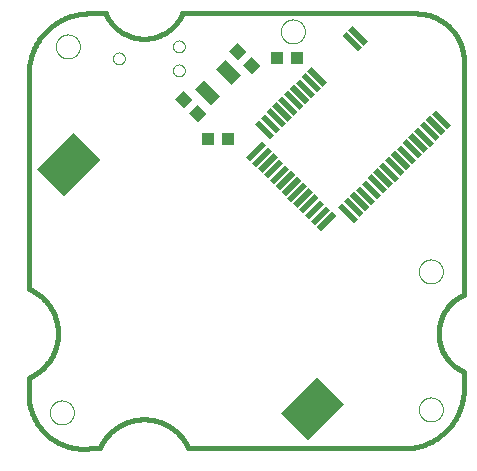
<source format=gtp>
G75*
%MOIN*%
%OFA0B0*%
%FSLAX25Y25*%
%IPPOS*%
%LPD*%
%AMOC8*
5,1,8,0,0,1.08239X$1,22.5*
%
%ADD10C,0.00000*%
%ADD11C,0.01600*%
%ADD12R,0.17000X0.13000*%
%ADD13R,0.07283X0.01969*%
%ADD14R,0.01969X0.07283*%
%ADD15R,0.04331X0.03937*%
%ADD16R,0.04331X0.07480*%
D10*
X0027475Y0032412D02*
X0027477Y0032538D01*
X0027483Y0032664D01*
X0027493Y0032790D01*
X0027507Y0032916D01*
X0027525Y0033041D01*
X0027547Y0033165D01*
X0027572Y0033289D01*
X0027602Y0033412D01*
X0027635Y0033533D01*
X0027673Y0033654D01*
X0027714Y0033773D01*
X0027759Y0033892D01*
X0027807Y0034008D01*
X0027859Y0034123D01*
X0027915Y0034236D01*
X0027975Y0034348D01*
X0028038Y0034457D01*
X0028104Y0034565D01*
X0028173Y0034670D01*
X0028246Y0034773D01*
X0028323Y0034874D01*
X0028402Y0034972D01*
X0028484Y0035068D01*
X0028570Y0035161D01*
X0028658Y0035252D01*
X0028749Y0035339D01*
X0028843Y0035424D01*
X0028939Y0035505D01*
X0029038Y0035584D01*
X0029139Y0035659D01*
X0029243Y0035731D01*
X0029349Y0035800D01*
X0029457Y0035866D01*
X0029567Y0035928D01*
X0029679Y0035986D01*
X0029792Y0036041D01*
X0029908Y0036092D01*
X0030025Y0036140D01*
X0030143Y0036184D01*
X0030263Y0036224D01*
X0030384Y0036260D01*
X0030506Y0036293D01*
X0030629Y0036322D01*
X0030753Y0036346D01*
X0030877Y0036367D01*
X0031002Y0036384D01*
X0031128Y0036397D01*
X0031254Y0036406D01*
X0031380Y0036411D01*
X0031507Y0036412D01*
X0031633Y0036409D01*
X0031759Y0036402D01*
X0031885Y0036391D01*
X0032010Y0036376D01*
X0032135Y0036357D01*
X0032259Y0036334D01*
X0032383Y0036308D01*
X0032505Y0036277D01*
X0032627Y0036243D01*
X0032747Y0036204D01*
X0032866Y0036162D01*
X0032984Y0036117D01*
X0033100Y0036067D01*
X0033215Y0036014D01*
X0033327Y0035957D01*
X0033438Y0035897D01*
X0033547Y0035833D01*
X0033654Y0035766D01*
X0033759Y0035696D01*
X0033862Y0035622D01*
X0033962Y0035545D01*
X0034060Y0035465D01*
X0034155Y0035382D01*
X0034247Y0035296D01*
X0034337Y0035207D01*
X0034424Y0035115D01*
X0034507Y0035021D01*
X0034588Y0034924D01*
X0034666Y0034824D01*
X0034741Y0034722D01*
X0034812Y0034618D01*
X0034880Y0034511D01*
X0034944Y0034403D01*
X0035005Y0034292D01*
X0035063Y0034180D01*
X0035117Y0034066D01*
X0035167Y0033950D01*
X0035214Y0033833D01*
X0035257Y0033714D01*
X0035296Y0033594D01*
X0035332Y0033473D01*
X0035363Y0033350D01*
X0035391Y0033227D01*
X0035415Y0033103D01*
X0035435Y0032978D01*
X0035451Y0032853D01*
X0035463Y0032727D01*
X0035471Y0032601D01*
X0035475Y0032475D01*
X0035475Y0032349D01*
X0035471Y0032223D01*
X0035463Y0032097D01*
X0035451Y0031971D01*
X0035435Y0031846D01*
X0035415Y0031721D01*
X0035391Y0031597D01*
X0035363Y0031474D01*
X0035332Y0031351D01*
X0035296Y0031230D01*
X0035257Y0031110D01*
X0035214Y0030991D01*
X0035167Y0030874D01*
X0035117Y0030758D01*
X0035063Y0030644D01*
X0035005Y0030532D01*
X0034944Y0030421D01*
X0034880Y0030313D01*
X0034812Y0030206D01*
X0034741Y0030102D01*
X0034666Y0030000D01*
X0034588Y0029900D01*
X0034507Y0029803D01*
X0034424Y0029709D01*
X0034337Y0029617D01*
X0034247Y0029528D01*
X0034155Y0029442D01*
X0034060Y0029359D01*
X0033962Y0029279D01*
X0033862Y0029202D01*
X0033759Y0029128D01*
X0033654Y0029058D01*
X0033547Y0028991D01*
X0033438Y0028927D01*
X0033327Y0028867D01*
X0033215Y0028810D01*
X0033100Y0028757D01*
X0032984Y0028707D01*
X0032866Y0028662D01*
X0032747Y0028620D01*
X0032627Y0028581D01*
X0032505Y0028547D01*
X0032383Y0028516D01*
X0032259Y0028490D01*
X0032135Y0028467D01*
X0032010Y0028448D01*
X0031885Y0028433D01*
X0031759Y0028422D01*
X0031633Y0028415D01*
X0031507Y0028412D01*
X0031380Y0028413D01*
X0031254Y0028418D01*
X0031128Y0028427D01*
X0031002Y0028440D01*
X0030877Y0028457D01*
X0030753Y0028478D01*
X0030629Y0028502D01*
X0030506Y0028531D01*
X0030384Y0028564D01*
X0030263Y0028600D01*
X0030143Y0028640D01*
X0030025Y0028684D01*
X0029908Y0028732D01*
X0029792Y0028783D01*
X0029679Y0028838D01*
X0029567Y0028896D01*
X0029457Y0028958D01*
X0029349Y0029024D01*
X0029243Y0029093D01*
X0029139Y0029165D01*
X0029038Y0029240D01*
X0028939Y0029319D01*
X0028843Y0029400D01*
X0028749Y0029485D01*
X0028658Y0029572D01*
X0028570Y0029663D01*
X0028484Y0029756D01*
X0028402Y0029852D01*
X0028323Y0029950D01*
X0028246Y0030051D01*
X0028173Y0030154D01*
X0028104Y0030259D01*
X0028038Y0030367D01*
X0027975Y0030476D01*
X0027915Y0030588D01*
X0027859Y0030701D01*
X0027807Y0030816D01*
X0027759Y0030932D01*
X0027714Y0031051D01*
X0027673Y0031170D01*
X0027635Y0031291D01*
X0027602Y0031412D01*
X0027572Y0031535D01*
X0027547Y0031659D01*
X0027525Y0031783D01*
X0027507Y0031908D01*
X0027493Y0032034D01*
X0027483Y0032160D01*
X0027477Y0032286D01*
X0027475Y0032412D01*
X0068475Y0146412D02*
X0068477Y0146501D01*
X0068483Y0146590D01*
X0068493Y0146679D01*
X0068507Y0146767D01*
X0068524Y0146854D01*
X0068546Y0146940D01*
X0068572Y0147026D01*
X0068601Y0147110D01*
X0068634Y0147193D01*
X0068670Y0147274D01*
X0068711Y0147354D01*
X0068754Y0147431D01*
X0068801Y0147507D01*
X0068852Y0147580D01*
X0068905Y0147651D01*
X0068962Y0147720D01*
X0069022Y0147786D01*
X0069085Y0147850D01*
X0069150Y0147910D01*
X0069218Y0147968D01*
X0069289Y0148022D01*
X0069362Y0148073D01*
X0069437Y0148121D01*
X0069514Y0148166D01*
X0069593Y0148207D01*
X0069674Y0148244D01*
X0069756Y0148278D01*
X0069840Y0148309D01*
X0069925Y0148335D01*
X0070011Y0148358D01*
X0070098Y0148376D01*
X0070186Y0148391D01*
X0070275Y0148402D01*
X0070364Y0148409D01*
X0070453Y0148412D01*
X0070542Y0148411D01*
X0070631Y0148406D01*
X0070719Y0148397D01*
X0070808Y0148384D01*
X0070895Y0148367D01*
X0070982Y0148347D01*
X0071068Y0148322D01*
X0071152Y0148294D01*
X0071235Y0148262D01*
X0071317Y0148226D01*
X0071397Y0148187D01*
X0071475Y0148144D01*
X0071551Y0148098D01*
X0071625Y0148048D01*
X0071697Y0147995D01*
X0071766Y0147939D01*
X0071833Y0147880D01*
X0071897Y0147818D01*
X0071958Y0147754D01*
X0072017Y0147686D01*
X0072072Y0147616D01*
X0072124Y0147544D01*
X0072173Y0147469D01*
X0072218Y0147393D01*
X0072260Y0147314D01*
X0072298Y0147234D01*
X0072333Y0147152D01*
X0072364Y0147068D01*
X0072392Y0146983D01*
X0072415Y0146897D01*
X0072435Y0146810D01*
X0072451Y0146723D01*
X0072463Y0146634D01*
X0072471Y0146546D01*
X0072475Y0146457D01*
X0072475Y0146367D01*
X0072471Y0146278D01*
X0072463Y0146190D01*
X0072451Y0146101D01*
X0072435Y0146014D01*
X0072415Y0145927D01*
X0072392Y0145841D01*
X0072364Y0145756D01*
X0072333Y0145672D01*
X0072298Y0145590D01*
X0072260Y0145510D01*
X0072218Y0145431D01*
X0072173Y0145355D01*
X0072124Y0145280D01*
X0072072Y0145208D01*
X0072017Y0145138D01*
X0071958Y0145070D01*
X0071897Y0145006D01*
X0071833Y0144944D01*
X0071766Y0144885D01*
X0071697Y0144829D01*
X0071625Y0144776D01*
X0071551Y0144726D01*
X0071475Y0144680D01*
X0071397Y0144637D01*
X0071317Y0144598D01*
X0071235Y0144562D01*
X0071152Y0144530D01*
X0071068Y0144502D01*
X0070982Y0144477D01*
X0070895Y0144457D01*
X0070808Y0144440D01*
X0070719Y0144427D01*
X0070631Y0144418D01*
X0070542Y0144413D01*
X0070453Y0144412D01*
X0070364Y0144415D01*
X0070275Y0144422D01*
X0070186Y0144433D01*
X0070098Y0144448D01*
X0070011Y0144466D01*
X0069925Y0144489D01*
X0069840Y0144515D01*
X0069756Y0144546D01*
X0069674Y0144580D01*
X0069593Y0144617D01*
X0069514Y0144658D01*
X0069437Y0144703D01*
X0069362Y0144751D01*
X0069289Y0144802D01*
X0069218Y0144856D01*
X0069150Y0144914D01*
X0069085Y0144974D01*
X0069022Y0145038D01*
X0068962Y0145104D01*
X0068905Y0145173D01*
X0068852Y0145244D01*
X0068801Y0145317D01*
X0068754Y0145393D01*
X0068711Y0145470D01*
X0068670Y0145550D01*
X0068634Y0145631D01*
X0068601Y0145714D01*
X0068572Y0145798D01*
X0068546Y0145884D01*
X0068524Y0145970D01*
X0068507Y0146057D01*
X0068493Y0146145D01*
X0068483Y0146234D01*
X0068477Y0146323D01*
X0068475Y0146412D01*
X0068475Y0154412D02*
X0068477Y0154501D01*
X0068483Y0154590D01*
X0068493Y0154679D01*
X0068507Y0154767D01*
X0068524Y0154854D01*
X0068546Y0154940D01*
X0068572Y0155026D01*
X0068601Y0155110D01*
X0068634Y0155193D01*
X0068670Y0155274D01*
X0068711Y0155354D01*
X0068754Y0155431D01*
X0068801Y0155507D01*
X0068852Y0155580D01*
X0068905Y0155651D01*
X0068962Y0155720D01*
X0069022Y0155786D01*
X0069085Y0155850D01*
X0069150Y0155910D01*
X0069218Y0155968D01*
X0069289Y0156022D01*
X0069362Y0156073D01*
X0069437Y0156121D01*
X0069514Y0156166D01*
X0069593Y0156207D01*
X0069674Y0156244D01*
X0069756Y0156278D01*
X0069840Y0156309D01*
X0069925Y0156335D01*
X0070011Y0156358D01*
X0070098Y0156376D01*
X0070186Y0156391D01*
X0070275Y0156402D01*
X0070364Y0156409D01*
X0070453Y0156412D01*
X0070542Y0156411D01*
X0070631Y0156406D01*
X0070719Y0156397D01*
X0070808Y0156384D01*
X0070895Y0156367D01*
X0070982Y0156347D01*
X0071068Y0156322D01*
X0071152Y0156294D01*
X0071235Y0156262D01*
X0071317Y0156226D01*
X0071397Y0156187D01*
X0071475Y0156144D01*
X0071551Y0156098D01*
X0071625Y0156048D01*
X0071697Y0155995D01*
X0071766Y0155939D01*
X0071833Y0155880D01*
X0071897Y0155818D01*
X0071958Y0155754D01*
X0072017Y0155686D01*
X0072072Y0155616D01*
X0072124Y0155544D01*
X0072173Y0155469D01*
X0072218Y0155393D01*
X0072260Y0155314D01*
X0072298Y0155234D01*
X0072333Y0155152D01*
X0072364Y0155068D01*
X0072392Y0154983D01*
X0072415Y0154897D01*
X0072435Y0154810D01*
X0072451Y0154723D01*
X0072463Y0154634D01*
X0072471Y0154546D01*
X0072475Y0154457D01*
X0072475Y0154367D01*
X0072471Y0154278D01*
X0072463Y0154190D01*
X0072451Y0154101D01*
X0072435Y0154014D01*
X0072415Y0153927D01*
X0072392Y0153841D01*
X0072364Y0153756D01*
X0072333Y0153672D01*
X0072298Y0153590D01*
X0072260Y0153510D01*
X0072218Y0153431D01*
X0072173Y0153355D01*
X0072124Y0153280D01*
X0072072Y0153208D01*
X0072017Y0153138D01*
X0071958Y0153070D01*
X0071897Y0153006D01*
X0071833Y0152944D01*
X0071766Y0152885D01*
X0071697Y0152829D01*
X0071625Y0152776D01*
X0071551Y0152726D01*
X0071475Y0152680D01*
X0071397Y0152637D01*
X0071317Y0152598D01*
X0071235Y0152562D01*
X0071152Y0152530D01*
X0071068Y0152502D01*
X0070982Y0152477D01*
X0070895Y0152457D01*
X0070808Y0152440D01*
X0070719Y0152427D01*
X0070631Y0152418D01*
X0070542Y0152413D01*
X0070453Y0152412D01*
X0070364Y0152415D01*
X0070275Y0152422D01*
X0070186Y0152433D01*
X0070098Y0152448D01*
X0070011Y0152466D01*
X0069925Y0152489D01*
X0069840Y0152515D01*
X0069756Y0152546D01*
X0069674Y0152580D01*
X0069593Y0152617D01*
X0069514Y0152658D01*
X0069437Y0152703D01*
X0069362Y0152751D01*
X0069289Y0152802D01*
X0069218Y0152856D01*
X0069150Y0152914D01*
X0069085Y0152974D01*
X0069022Y0153038D01*
X0068962Y0153104D01*
X0068905Y0153173D01*
X0068852Y0153244D01*
X0068801Y0153317D01*
X0068754Y0153393D01*
X0068711Y0153470D01*
X0068670Y0153550D01*
X0068634Y0153631D01*
X0068601Y0153714D01*
X0068572Y0153798D01*
X0068546Y0153884D01*
X0068524Y0153970D01*
X0068507Y0154057D01*
X0068493Y0154145D01*
X0068483Y0154234D01*
X0068477Y0154323D01*
X0068475Y0154412D01*
X0048475Y0150412D02*
X0048477Y0150501D01*
X0048483Y0150590D01*
X0048493Y0150679D01*
X0048507Y0150767D01*
X0048524Y0150854D01*
X0048546Y0150940D01*
X0048572Y0151026D01*
X0048601Y0151110D01*
X0048634Y0151193D01*
X0048670Y0151274D01*
X0048711Y0151354D01*
X0048754Y0151431D01*
X0048801Y0151507D01*
X0048852Y0151580D01*
X0048905Y0151651D01*
X0048962Y0151720D01*
X0049022Y0151786D01*
X0049085Y0151850D01*
X0049150Y0151910D01*
X0049218Y0151968D01*
X0049289Y0152022D01*
X0049362Y0152073D01*
X0049437Y0152121D01*
X0049514Y0152166D01*
X0049593Y0152207D01*
X0049674Y0152244D01*
X0049756Y0152278D01*
X0049840Y0152309D01*
X0049925Y0152335D01*
X0050011Y0152358D01*
X0050098Y0152376D01*
X0050186Y0152391D01*
X0050275Y0152402D01*
X0050364Y0152409D01*
X0050453Y0152412D01*
X0050542Y0152411D01*
X0050631Y0152406D01*
X0050719Y0152397D01*
X0050808Y0152384D01*
X0050895Y0152367D01*
X0050982Y0152347D01*
X0051068Y0152322D01*
X0051152Y0152294D01*
X0051235Y0152262D01*
X0051317Y0152226D01*
X0051397Y0152187D01*
X0051475Y0152144D01*
X0051551Y0152098D01*
X0051625Y0152048D01*
X0051697Y0151995D01*
X0051766Y0151939D01*
X0051833Y0151880D01*
X0051897Y0151818D01*
X0051958Y0151754D01*
X0052017Y0151686D01*
X0052072Y0151616D01*
X0052124Y0151544D01*
X0052173Y0151469D01*
X0052218Y0151393D01*
X0052260Y0151314D01*
X0052298Y0151234D01*
X0052333Y0151152D01*
X0052364Y0151068D01*
X0052392Y0150983D01*
X0052415Y0150897D01*
X0052435Y0150810D01*
X0052451Y0150723D01*
X0052463Y0150634D01*
X0052471Y0150546D01*
X0052475Y0150457D01*
X0052475Y0150367D01*
X0052471Y0150278D01*
X0052463Y0150190D01*
X0052451Y0150101D01*
X0052435Y0150014D01*
X0052415Y0149927D01*
X0052392Y0149841D01*
X0052364Y0149756D01*
X0052333Y0149672D01*
X0052298Y0149590D01*
X0052260Y0149510D01*
X0052218Y0149431D01*
X0052173Y0149355D01*
X0052124Y0149280D01*
X0052072Y0149208D01*
X0052017Y0149138D01*
X0051958Y0149070D01*
X0051897Y0149006D01*
X0051833Y0148944D01*
X0051766Y0148885D01*
X0051697Y0148829D01*
X0051625Y0148776D01*
X0051551Y0148726D01*
X0051475Y0148680D01*
X0051397Y0148637D01*
X0051317Y0148598D01*
X0051235Y0148562D01*
X0051152Y0148530D01*
X0051068Y0148502D01*
X0050982Y0148477D01*
X0050895Y0148457D01*
X0050808Y0148440D01*
X0050719Y0148427D01*
X0050631Y0148418D01*
X0050542Y0148413D01*
X0050453Y0148412D01*
X0050364Y0148415D01*
X0050275Y0148422D01*
X0050186Y0148433D01*
X0050098Y0148448D01*
X0050011Y0148466D01*
X0049925Y0148489D01*
X0049840Y0148515D01*
X0049756Y0148546D01*
X0049674Y0148580D01*
X0049593Y0148617D01*
X0049514Y0148658D01*
X0049437Y0148703D01*
X0049362Y0148751D01*
X0049289Y0148802D01*
X0049218Y0148856D01*
X0049150Y0148914D01*
X0049085Y0148974D01*
X0049022Y0149038D01*
X0048962Y0149104D01*
X0048905Y0149173D01*
X0048852Y0149244D01*
X0048801Y0149317D01*
X0048754Y0149393D01*
X0048711Y0149470D01*
X0048670Y0149550D01*
X0048634Y0149631D01*
X0048601Y0149714D01*
X0048572Y0149798D01*
X0048546Y0149884D01*
X0048524Y0149970D01*
X0048507Y0150057D01*
X0048493Y0150145D01*
X0048483Y0150234D01*
X0048477Y0150323D01*
X0048475Y0150412D01*
X0029475Y0154412D02*
X0029477Y0154538D01*
X0029483Y0154664D01*
X0029493Y0154790D01*
X0029507Y0154916D01*
X0029525Y0155041D01*
X0029547Y0155165D01*
X0029572Y0155289D01*
X0029602Y0155412D01*
X0029635Y0155533D01*
X0029673Y0155654D01*
X0029714Y0155773D01*
X0029759Y0155892D01*
X0029807Y0156008D01*
X0029859Y0156123D01*
X0029915Y0156236D01*
X0029975Y0156348D01*
X0030038Y0156457D01*
X0030104Y0156565D01*
X0030173Y0156670D01*
X0030246Y0156773D01*
X0030323Y0156874D01*
X0030402Y0156972D01*
X0030484Y0157068D01*
X0030570Y0157161D01*
X0030658Y0157252D01*
X0030749Y0157339D01*
X0030843Y0157424D01*
X0030939Y0157505D01*
X0031038Y0157584D01*
X0031139Y0157659D01*
X0031243Y0157731D01*
X0031349Y0157800D01*
X0031457Y0157866D01*
X0031567Y0157928D01*
X0031679Y0157986D01*
X0031792Y0158041D01*
X0031908Y0158092D01*
X0032025Y0158140D01*
X0032143Y0158184D01*
X0032263Y0158224D01*
X0032384Y0158260D01*
X0032506Y0158293D01*
X0032629Y0158322D01*
X0032753Y0158346D01*
X0032877Y0158367D01*
X0033002Y0158384D01*
X0033128Y0158397D01*
X0033254Y0158406D01*
X0033380Y0158411D01*
X0033507Y0158412D01*
X0033633Y0158409D01*
X0033759Y0158402D01*
X0033885Y0158391D01*
X0034010Y0158376D01*
X0034135Y0158357D01*
X0034259Y0158334D01*
X0034383Y0158308D01*
X0034505Y0158277D01*
X0034627Y0158243D01*
X0034747Y0158204D01*
X0034866Y0158162D01*
X0034984Y0158117D01*
X0035100Y0158067D01*
X0035215Y0158014D01*
X0035327Y0157957D01*
X0035438Y0157897D01*
X0035547Y0157833D01*
X0035654Y0157766D01*
X0035759Y0157696D01*
X0035862Y0157622D01*
X0035962Y0157545D01*
X0036060Y0157465D01*
X0036155Y0157382D01*
X0036247Y0157296D01*
X0036337Y0157207D01*
X0036424Y0157115D01*
X0036507Y0157021D01*
X0036588Y0156924D01*
X0036666Y0156824D01*
X0036741Y0156722D01*
X0036812Y0156618D01*
X0036880Y0156511D01*
X0036944Y0156403D01*
X0037005Y0156292D01*
X0037063Y0156180D01*
X0037117Y0156066D01*
X0037167Y0155950D01*
X0037214Y0155833D01*
X0037257Y0155714D01*
X0037296Y0155594D01*
X0037332Y0155473D01*
X0037363Y0155350D01*
X0037391Y0155227D01*
X0037415Y0155103D01*
X0037435Y0154978D01*
X0037451Y0154853D01*
X0037463Y0154727D01*
X0037471Y0154601D01*
X0037475Y0154475D01*
X0037475Y0154349D01*
X0037471Y0154223D01*
X0037463Y0154097D01*
X0037451Y0153971D01*
X0037435Y0153846D01*
X0037415Y0153721D01*
X0037391Y0153597D01*
X0037363Y0153474D01*
X0037332Y0153351D01*
X0037296Y0153230D01*
X0037257Y0153110D01*
X0037214Y0152991D01*
X0037167Y0152874D01*
X0037117Y0152758D01*
X0037063Y0152644D01*
X0037005Y0152532D01*
X0036944Y0152421D01*
X0036880Y0152313D01*
X0036812Y0152206D01*
X0036741Y0152102D01*
X0036666Y0152000D01*
X0036588Y0151900D01*
X0036507Y0151803D01*
X0036424Y0151709D01*
X0036337Y0151617D01*
X0036247Y0151528D01*
X0036155Y0151442D01*
X0036060Y0151359D01*
X0035962Y0151279D01*
X0035862Y0151202D01*
X0035759Y0151128D01*
X0035654Y0151058D01*
X0035547Y0150991D01*
X0035438Y0150927D01*
X0035327Y0150867D01*
X0035215Y0150810D01*
X0035100Y0150757D01*
X0034984Y0150707D01*
X0034866Y0150662D01*
X0034747Y0150620D01*
X0034627Y0150581D01*
X0034505Y0150547D01*
X0034383Y0150516D01*
X0034259Y0150490D01*
X0034135Y0150467D01*
X0034010Y0150448D01*
X0033885Y0150433D01*
X0033759Y0150422D01*
X0033633Y0150415D01*
X0033507Y0150412D01*
X0033380Y0150413D01*
X0033254Y0150418D01*
X0033128Y0150427D01*
X0033002Y0150440D01*
X0032877Y0150457D01*
X0032753Y0150478D01*
X0032629Y0150502D01*
X0032506Y0150531D01*
X0032384Y0150564D01*
X0032263Y0150600D01*
X0032143Y0150640D01*
X0032025Y0150684D01*
X0031908Y0150732D01*
X0031792Y0150783D01*
X0031679Y0150838D01*
X0031567Y0150896D01*
X0031457Y0150958D01*
X0031349Y0151024D01*
X0031243Y0151093D01*
X0031139Y0151165D01*
X0031038Y0151240D01*
X0030939Y0151319D01*
X0030843Y0151400D01*
X0030749Y0151485D01*
X0030658Y0151572D01*
X0030570Y0151663D01*
X0030484Y0151756D01*
X0030402Y0151852D01*
X0030323Y0151950D01*
X0030246Y0152051D01*
X0030173Y0152154D01*
X0030104Y0152259D01*
X0030038Y0152367D01*
X0029975Y0152476D01*
X0029915Y0152588D01*
X0029859Y0152701D01*
X0029807Y0152816D01*
X0029759Y0152932D01*
X0029714Y0153051D01*
X0029673Y0153170D01*
X0029635Y0153291D01*
X0029602Y0153412D01*
X0029572Y0153535D01*
X0029547Y0153659D01*
X0029525Y0153783D01*
X0029507Y0153908D01*
X0029493Y0154034D01*
X0029483Y0154160D01*
X0029477Y0154286D01*
X0029475Y0154412D01*
X0104475Y0159412D02*
X0104477Y0159538D01*
X0104483Y0159664D01*
X0104493Y0159790D01*
X0104507Y0159916D01*
X0104525Y0160041D01*
X0104547Y0160165D01*
X0104572Y0160289D01*
X0104602Y0160412D01*
X0104635Y0160533D01*
X0104673Y0160654D01*
X0104714Y0160773D01*
X0104759Y0160892D01*
X0104807Y0161008D01*
X0104859Y0161123D01*
X0104915Y0161236D01*
X0104975Y0161348D01*
X0105038Y0161457D01*
X0105104Y0161565D01*
X0105173Y0161670D01*
X0105246Y0161773D01*
X0105323Y0161874D01*
X0105402Y0161972D01*
X0105484Y0162068D01*
X0105570Y0162161D01*
X0105658Y0162252D01*
X0105749Y0162339D01*
X0105843Y0162424D01*
X0105939Y0162505D01*
X0106038Y0162584D01*
X0106139Y0162659D01*
X0106243Y0162731D01*
X0106349Y0162800D01*
X0106457Y0162866D01*
X0106567Y0162928D01*
X0106679Y0162986D01*
X0106792Y0163041D01*
X0106908Y0163092D01*
X0107025Y0163140D01*
X0107143Y0163184D01*
X0107263Y0163224D01*
X0107384Y0163260D01*
X0107506Y0163293D01*
X0107629Y0163322D01*
X0107753Y0163346D01*
X0107877Y0163367D01*
X0108002Y0163384D01*
X0108128Y0163397D01*
X0108254Y0163406D01*
X0108380Y0163411D01*
X0108507Y0163412D01*
X0108633Y0163409D01*
X0108759Y0163402D01*
X0108885Y0163391D01*
X0109010Y0163376D01*
X0109135Y0163357D01*
X0109259Y0163334D01*
X0109383Y0163308D01*
X0109505Y0163277D01*
X0109627Y0163243D01*
X0109747Y0163204D01*
X0109866Y0163162D01*
X0109984Y0163117D01*
X0110100Y0163067D01*
X0110215Y0163014D01*
X0110327Y0162957D01*
X0110438Y0162897D01*
X0110547Y0162833D01*
X0110654Y0162766D01*
X0110759Y0162696D01*
X0110862Y0162622D01*
X0110962Y0162545D01*
X0111060Y0162465D01*
X0111155Y0162382D01*
X0111247Y0162296D01*
X0111337Y0162207D01*
X0111424Y0162115D01*
X0111507Y0162021D01*
X0111588Y0161924D01*
X0111666Y0161824D01*
X0111741Y0161722D01*
X0111812Y0161618D01*
X0111880Y0161511D01*
X0111944Y0161403D01*
X0112005Y0161292D01*
X0112063Y0161180D01*
X0112117Y0161066D01*
X0112167Y0160950D01*
X0112214Y0160833D01*
X0112257Y0160714D01*
X0112296Y0160594D01*
X0112332Y0160473D01*
X0112363Y0160350D01*
X0112391Y0160227D01*
X0112415Y0160103D01*
X0112435Y0159978D01*
X0112451Y0159853D01*
X0112463Y0159727D01*
X0112471Y0159601D01*
X0112475Y0159475D01*
X0112475Y0159349D01*
X0112471Y0159223D01*
X0112463Y0159097D01*
X0112451Y0158971D01*
X0112435Y0158846D01*
X0112415Y0158721D01*
X0112391Y0158597D01*
X0112363Y0158474D01*
X0112332Y0158351D01*
X0112296Y0158230D01*
X0112257Y0158110D01*
X0112214Y0157991D01*
X0112167Y0157874D01*
X0112117Y0157758D01*
X0112063Y0157644D01*
X0112005Y0157532D01*
X0111944Y0157421D01*
X0111880Y0157313D01*
X0111812Y0157206D01*
X0111741Y0157102D01*
X0111666Y0157000D01*
X0111588Y0156900D01*
X0111507Y0156803D01*
X0111424Y0156709D01*
X0111337Y0156617D01*
X0111247Y0156528D01*
X0111155Y0156442D01*
X0111060Y0156359D01*
X0110962Y0156279D01*
X0110862Y0156202D01*
X0110759Y0156128D01*
X0110654Y0156058D01*
X0110547Y0155991D01*
X0110438Y0155927D01*
X0110327Y0155867D01*
X0110215Y0155810D01*
X0110100Y0155757D01*
X0109984Y0155707D01*
X0109866Y0155662D01*
X0109747Y0155620D01*
X0109627Y0155581D01*
X0109505Y0155547D01*
X0109383Y0155516D01*
X0109259Y0155490D01*
X0109135Y0155467D01*
X0109010Y0155448D01*
X0108885Y0155433D01*
X0108759Y0155422D01*
X0108633Y0155415D01*
X0108507Y0155412D01*
X0108380Y0155413D01*
X0108254Y0155418D01*
X0108128Y0155427D01*
X0108002Y0155440D01*
X0107877Y0155457D01*
X0107753Y0155478D01*
X0107629Y0155502D01*
X0107506Y0155531D01*
X0107384Y0155564D01*
X0107263Y0155600D01*
X0107143Y0155640D01*
X0107025Y0155684D01*
X0106908Y0155732D01*
X0106792Y0155783D01*
X0106679Y0155838D01*
X0106567Y0155896D01*
X0106457Y0155958D01*
X0106349Y0156024D01*
X0106243Y0156093D01*
X0106139Y0156165D01*
X0106038Y0156240D01*
X0105939Y0156319D01*
X0105843Y0156400D01*
X0105749Y0156485D01*
X0105658Y0156572D01*
X0105570Y0156663D01*
X0105484Y0156756D01*
X0105402Y0156852D01*
X0105323Y0156950D01*
X0105246Y0157051D01*
X0105173Y0157154D01*
X0105104Y0157259D01*
X0105038Y0157367D01*
X0104975Y0157476D01*
X0104915Y0157588D01*
X0104859Y0157701D01*
X0104807Y0157816D01*
X0104759Y0157932D01*
X0104714Y0158051D01*
X0104673Y0158170D01*
X0104635Y0158291D01*
X0104602Y0158412D01*
X0104572Y0158535D01*
X0104547Y0158659D01*
X0104525Y0158783D01*
X0104507Y0158908D01*
X0104493Y0159034D01*
X0104483Y0159160D01*
X0104477Y0159286D01*
X0104475Y0159412D01*
X0150475Y0079412D02*
X0150477Y0079538D01*
X0150483Y0079664D01*
X0150493Y0079790D01*
X0150507Y0079916D01*
X0150525Y0080041D01*
X0150547Y0080165D01*
X0150572Y0080289D01*
X0150602Y0080412D01*
X0150635Y0080533D01*
X0150673Y0080654D01*
X0150714Y0080773D01*
X0150759Y0080892D01*
X0150807Y0081008D01*
X0150859Y0081123D01*
X0150915Y0081236D01*
X0150975Y0081348D01*
X0151038Y0081457D01*
X0151104Y0081565D01*
X0151173Y0081670D01*
X0151246Y0081773D01*
X0151323Y0081874D01*
X0151402Y0081972D01*
X0151484Y0082068D01*
X0151570Y0082161D01*
X0151658Y0082252D01*
X0151749Y0082339D01*
X0151843Y0082424D01*
X0151939Y0082505D01*
X0152038Y0082584D01*
X0152139Y0082659D01*
X0152243Y0082731D01*
X0152349Y0082800D01*
X0152457Y0082866D01*
X0152567Y0082928D01*
X0152679Y0082986D01*
X0152792Y0083041D01*
X0152908Y0083092D01*
X0153025Y0083140D01*
X0153143Y0083184D01*
X0153263Y0083224D01*
X0153384Y0083260D01*
X0153506Y0083293D01*
X0153629Y0083322D01*
X0153753Y0083346D01*
X0153877Y0083367D01*
X0154002Y0083384D01*
X0154128Y0083397D01*
X0154254Y0083406D01*
X0154380Y0083411D01*
X0154507Y0083412D01*
X0154633Y0083409D01*
X0154759Y0083402D01*
X0154885Y0083391D01*
X0155010Y0083376D01*
X0155135Y0083357D01*
X0155259Y0083334D01*
X0155383Y0083308D01*
X0155505Y0083277D01*
X0155627Y0083243D01*
X0155747Y0083204D01*
X0155866Y0083162D01*
X0155984Y0083117D01*
X0156100Y0083067D01*
X0156215Y0083014D01*
X0156327Y0082957D01*
X0156438Y0082897D01*
X0156547Y0082833D01*
X0156654Y0082766D01*
X0156759Y0082696D01*
X0156862Y0082622D01*
X0156962Y0082545D01*
X0157060Y0082465D01*
X0157155Y0082382D01*
X0157247Y0082296D01*
X0157337Y0082207D01*
X0157424Y0082115D01*
X0157507Y0082021D01*
X0157588Y0081924D01*
X0157666Y0081824D01*
X0157741Y0081722D01*
X0157812Y0081618D01*
X0157880Y0081511D01*
X0157944Y0081403D01*
X0158005Y0081292D01*
X0158063Y0081180D01*
X0158117Y0081066D01*
X0158167Y0080950D01*
X0158214Y0080833D01*
X0158257Y0080714D01*
X0158296Y0080594D01*
X0158332Y0080473D01*
X0158363Y0080350D01*
X0158391Y0080227D01*
X0158415Y0080103D01*
X0158435Y0079978D01*
X0158451Y0079853D01*
X0158463Y0079727D01*
X0158471Y0079601D01*
X0158475Y0079475D01*
X0158475Y0079349D01*
X0158471Y0079223D01*
X0158463Y0079097D01*
X0158451Y0078971D01*
X0158435Y0078846D01*
X0158415Y0078721D01*
X0158391Y0078597D01*
X0158363Y0078474D01*
X0158332Y0078351D01*
X0158296Y0078230D01*
X0158257Y0078110D01*
X0158214Y0077991D01*
X0158167Y0077874D01*
X0158117Y0077758D01*
X0158063Y0077644D01*
X0158005Y0077532D01*
X0157944Y0077421D01*
X0157880Y0077313D01*
X0157812Y0077206D01*
X0157741Y0077102D01*
X0157666Y0077000D01*
X0157588Y0076900D01*
X0157507Y0076803D01*
X0157424Y0076709D01*
X0157337Y0076617D01*
X0157247Y0076528D01*
X0157155Y0076442D01*
X0157060Y0076359D01*
X0156962Y0076279D01*
X0156862Y0076202D01*
X0156759Y0076128D01*
X0156654Y0076058D01*
X0156547Y0075991D01*
X0156438Y0075927D01*
X0156327Y0075867D01*
X0156215Y0075810D01*
X0156100Y0075757D01*
X0155984Y0075707D01*
X0155866Y0075662D01*
X0155747Y0075620D01*
X0155627Y0075581D01*
X0155505Y0075547D01*
X0155383Y0075516D01*
X0155259Y0075490D01*
X0155135Y0075467D01*
X0155010Y0075448D01*
X0154885Y0075433D01*
X0154759Y0075422D01*
X0154633Y0075415D01*
X0154507Y0075412D01*
X0154380Y0075413D01*
X0154254Y0075418D01*
X0154128Y0075427D01*
X0154002Y0075440D01*
X0153877Y0075457D01*
X0153753Y0075478D01*
X0153629Y0075502D01*
X0153506Y0075531D01*
X0153384Y0075564D01*
X0153263Y0075600D01*
X0153143Y0075640D01*
X0153025Y0075684D01*
X0152908Y0075732D01*
X0152792Y0075783D01*
X0152679Y0075838D01*
X0152567Y0075896D01*
X0152457Y0075958D01*
X0152349Y0076024D01*
X0152243Y0076093D01*
X0152139Y0076165D01*
X0152038Y0076240D01*
X0151939Y0076319D01*
X0151843Y0076400D01*
X0151749Y0076485D01*
X0151658Y0076572D01*
X0151570Y0076663D01*
X0151484Y0076756D01*
X0151402Y0076852D01*
X0151323Y0076950D01*
X0151246Y0077051D01*
X0151173Y0077154D01*
X0151104Y0077259D01*
X0151038Y0077367D01*
X0150975Y0077476D01*
X0150915Y0077588D01*
X0150859Y0077701D01*
X0150807Y0077816D01*
X0150759Y0077932D01*
X0150714Y0078051D01*
X0150673Y0078170D01*
X0150635Y0078291D01*
X0150602Y0078412D01*
X0150572Y0078535D01*
X0150547Y0078659D01*
X0150525Y0078783D01*
X0150507Y0078908D01*
X0150493Y0079034D01*
X0150483Y0079160D01*
X0150477Y0079286D01*
X0150475Y0079412D01*
X0150475Y0033412D02*
X0150477Y0033538D01*
X0150483Y0033664D01*
X0150493Y0033790D01*
X0150507Y0033916D01*
X0150525Y0034041D01*
X0150547Y0034165D01*
X0150572Y0034289D01*
X0150602Y0034412D01*
X0150635Y0034533D01*
X0150673Y0034654D01*
X0150714Y0034773D01*
X0150759Y0034892D01*
X0150807Y0035008D01*
X0150859Y0035123D01*
X0150915Y0035236D01*
X0150975Y0035348D01*
X0151038Y0035457D01*
X0151104Y0035565D01*
X0151173Y0035670D01*
X0151246Y0035773D01*
X0151323Y0035874D01*
X0151402Y0035972D01*
X0151484Y0036068D01*
X0151570Y0036161D01*
X0151658Y0036252D01*
X0151749Y0036339D01*
X0151843Y0036424D01*
X0151939Y0036505D01*
X0152038Y0036584D01*
X0152139Y0036659D01*
X0152243Y0036731D01*
X0152349Y0036800D01*
X0152457Y0036866D01*
X0152567Y0036928D01*
X0152679Y0036986D01*
X0152792Y0037041D01*
X0152908Y0037092D01*
X0153025Y0037140D01*
X0153143Y0037184D01*
X0153263Y0037224D01*
X0153384Y0037260D01*
X0153506Y0037293D01*
X0153629Y0037322D01*
X0153753Y0037346D01*
X0153877Y0037367D01*
X0154002Y0037384D01*
X0154128Y0037397D01*
X0154254Y0037406D01*
X0154380Y0037411D01*
X0154507Y0037412D01*
X0154633Y0037409D01*
X0154759Y0037402D01*
X0154885Y0037391D01*
X0155010Y0037376D01*
X0155135Y0037357D01*
X0155259Y0037334D01*
X0155383Y0037308D01*
X0155505Y0037277D01*
X0155627Y0037243D01*
X0155747Y0037204D01*
X0155866Y0037162D01*
X0155984Y0037117D01*
X0156100Y0037067D01*
X0156215Y0037014D01*
X0156327Y0036957D01*
X0156438Y0036897D01*
X0156547Y0036833D01*
X0156654Y0036766D01*
X0156759Y0036696D01*
X0156862Y0036622D01*
X0156962Y0036545D01*
X0157060Y0036465D01*
X0157155Y0036382D01*
X0157247Y0036296D01*
X0157337Y0036207D01*
X0157424Y0036115D01*
X0157507Y0036021D01*
X0157588Y0035924D01*
X0157666Y0035824D01*
X0157741Y0035722D01*
X0157812Y0035618D01*
X0157880Y0035511D01*
X0157944Y0035403D01*
X0158005Y0035292D01*
X0158063Y0035180D01*
X0158117Y0035066D01*
X0158167Y0034950D01*
X0158214Y0034833D01*
X0158257Y0034714D01*
X0158296Y0034594D01*
X0158332Y0034473D01*
X0158363Y0034350D01*
X0158391Y0034227D01*
X0158415Y0034103D01*
X0158435Y0033978D01*
X0158451Y0033853D01*
X0158463Y0033727D01*
X0158471Y0033601D01*
X0158475Y0033475D01*
X0158475Y0033349D01*
X0158471Y0033223D01*
X0158463Y0033097D01*
X0158451Y0032971D01*
X0158435Y0032846D01*
X0158415Y0032721D01*
X0158391Y0032597D01*
X0158363Y0032474D01*
X0158332Y0032351D01*
X0158296Y0032230D01*
X0158257Y0032110D01*
X0158214Y0031991D01*
X0158167Y0031874D01*
X0158117Y0031758D01*
X0158063Y0031644D01*
X0158005Y0031532D01*
X0157944Y0031421D01*
X0157880Y0031313D01*
X0157812Y0031206D01*
X0157741Y0031102D01*
X0157666Y0031000D01*
X0157588Y0030900D01*
X0157507Y0030803D01*
X0157424Y0030709D01*
X0157337Y0030617D01*
X0157247Y0030528D01*
X0157155Y0030442D01*
X0157060Y0030359D01*
X0156962Y0030279D01*
X0156862Y0030202D01*
X0156759Y0030128D01*
X0156654Y0030058D01*
X0156547Y0029991D01*
X0156438Y0029927D01*
X0156327Y0029867D01*
X0156215Y0029810D01*
X0156100Y0029757D01*
X0155984Y0029707D01*
X0155866Y0029662D01*
X0155747Y0029620D01*
X0155627Y0029581D01*
X0155505Y0029547D01*
X0155383Y0029516D01*
X0155259Y0029490D01*
X0155135Y0029467D01*
X0155010Y0029448D01*
X0154885Y0029433D01*
X0154759Y0029422D01*
X0154633Y0029415D01*
X0154507Y0029412D01*
X0154380Y0029413D01*
X0154254Y0029418D01*
X0154128Y0029427D01*
X0154002Y0029440D01*
X0153877Y0029457D01*
X0153753Y0029478D01*
X0153629Y0029502D01*
X0153506Y0029531D01*
X0153384Y0029564D01*
X0153263Y0029600D01*
X0153143Y0029640D01*
X0153025Y0029684D01*
X0152908Y0029732D01*
X0152792Y0029783D01*
X0152679Y0029838D01*
X0152567Y0029896D01*
X0152457Y0029958D01*
X0152349Y0030024D01*
X0152243Y0030093D01*
X0152139Y0030165D01*
X0152038Y0030240D01*
X0151939Y0030319D01*
X0151843Y0030400D01*
X0151749Y0030485D01*
X0151658Y0030572D01*
X0151570Y0030663D01*
X0151484Y0030756D01*
X0151402Y0030852D01*
X0151323Y0030950D01*
X0151246Y0031051D01*
X0151173Y0031154D01*
X0151104Y0031259D01*
X0151038Y0031367D01*
X0150975Y0031476D01*
X0150915Y0031588D01*
X0150859Y0031701D01*
X0150807Y0031816D01*
X0150759Y0031932D01*
X0150714Y0032051D01*
X0150673Y0032170D01*
X0150635Y0032291D01*
X0150602Y0032412D01*
X0150572Y0032535D01*
X0150547Y0032659D01*
X0150525Y0032783D01*
X0150507Y0032908D01*
X0150493Y0033034D01*
X0150483Y0033160D01*
X0150477Y0033286D01*
X0150475Y0033412D01*
D11*
X0145475Y0020412D02*
X0145958Y0020418D01*
X0146441Y0020435D01*
X0146924Y0020465D01*
X0147405Y0020505D01*
X0147886Y0020558D01*
X0148365Y0020622D01*
X0148842Y0020697D01*
X0149318Y0020785D01*
X0149791Y0020883D01*
X0150261Y0020993D01*
X0150729Y0021114D01*
X0151194Y0021247D01*
X0151655Y0021391D01*
X0152113Y0021546D01*
X0152567Y0021712D01*
X0153017Y0021889D01*
X0153462Y0022076D01*
X0153903Y0022275D01*
X0154339Y0022483D01*
X0154769Y0022703D01*
X0155195Y0022933D01*
X0155614Y0023173D01*
X0156028Y0023423D01*
X0156435Y0023683D01*
X0156836Y0023952D01*
X0157231Y0024232D01*
X0157618Y0024520D01*
X0157999Y0024819D01*
X0158372Y0025126D01*
X0158737Y0025442D01*
X0159095Y0025767D01*
X0159445Y0026100D01*
X0159787Y0026442D01*
X0160120Y0026792D01*
X0160445Y0027150D01*
X0160761Y0027515D01*
X0161068Y0027888D01*
X0161367Y0028269D01*
X0161655Y0028656D01*
X0161935Y0029051D01*
X0162204Y0029452D01*
X0162464Y0029859D01*
X0162714Y0030273D01*
X0162954Y0030692D01*
X0163184Y0031118D01*
X0163404Y0031548D01*
X0163612Y0031984D01*
X0163811Y0032425D01*
X0163998Y0032870D01*
X0164175Y0033320D01*
X0164341Y0033774D01*
X0164496Y0034232D01*
X0164640Y0034693D01*
X0164773Y0035158D01*
X0164894Y0035626D01*
X0165004Y0036096D01*
X0165102Y0036569D01*
X0165190Y0037045D01*
X0165265Y0037522D01*
X0165329Y0038001D01*
X0165382Y0038482D01*
X0165422Y0038963D01*
X0165452Y0039446D01*
X0165469Y0039929D01*
X0165475Y0040412D01*
X0165475Y0046002D01*
X0165474Y0046003D02*
X0165163Y0046142D01*
X0164855Y0046289D01*
X0164551Y0046444D01*
X0164251Y0046606D01*
X0163955Y0046775D01*
X0163663Y0046951D01*
X0163375Y0047135D01*
X0163092Y0047325D01*
X0162814Y0047522D01*
X0162541Y0047726D01*
X0162272Y0047937D01*
X0162009Y0048154D01*
X0161752Y0048378D01*
X0161500Y0048608D01*
X0161253Y0048843D01*
X0161013Y0049085D01*
X0160778Y0049333D01*
X0160550Y0049586D01*
X0160328Y0049845D01*
X0160112Y0050109D01*
X0159903Y0050379D01*
X0159700Y0050653D01*
X0159504Y0050932D01*
X0159315Y0051216D01*
X0159133Y0051505D01*
X0158958Y0051798D01*
X0158791Y0052095D01*
X0158631Y0052396D01*
X0158478Y0052701D01*
X0158332Y0053009D01*
X0158194Y0053321D01*
X0158064Y0053637D01*
X0157942Y0053955D01*
X0157827Y0054276D01*
X0157721Y0054600D01*
X0157622Y0054927D01*
X0157531Y0055256D01*
X0157449Y0055587D01*
X0157374Y0055919D01*
X0157308Y0056254D01*
X0157250Y0056590D01*
X0157200Y0056928D01*
X0157158Y0057266D01*
X0157125Y0057606D01*
X0157100Y0057946D01*
X0157083Y0058286D01*
X0157075Y0058627D01*
X0157075Y0058969D01*
X0157083Y0059310D01*
X0157100Y0059650D01*
X0157125Y0059990D01*
X0157158Y0060330D01*
X0157200Y0060668D01*
X0157250Y0061006D01*
X0157308Y0061342D01*
X0157374Y0061677D01*
X0157449Y0062009D01*
X0157531Y0062340D01*
X0157622Y0062669D01*
X0157721Y0062996D01*
X0157827Y0063320D01*
X0157942Y0063641D01*
X0158064Y0063959D01*
X0158194Y0064275D01*
X0158332Y0064587D01*
X0158478Y0064895D01*
X0158631Y0065200D01*
X0158791Y0065501D01*
X0158958Y0065798D01*
X0159133Y0066091D01*
X0159315Y0066380D01*
X0159504Y0066664D01*
X0159700Y0066943D01*
X0159903Y0067217D01*
X0160112Y0067487D01*
X0160328Y0067751D01*
X0160550Y0068010D01*
X0160778Y0068263D01*
X0161013Y0068511D01*
X0161253Y0068753D01*
X0161500Y0068988D01*
X0161752Y0069218D01*
X0162009Y0069442D01*
X0162272Y0069659D01*
X0162541Y0069870D01*
X0162814Y0070074D01*
X0163092Y0070271D01*
X0163375Y0070461D01*
X0163663Y0070645D01*
X0163955Y0070821D01*
X0164251Y0070990D01*
X0164551Y0071152D01*
X0164855Y0071307D01*
X0165163Y0071454D01*
X0165474Y0071593D01*
X0165475Y0071593D02*
X0165475Y0149412D01*
X0165470Y0149799D01*
X0165456Y0150185D01*
X0165433Y0150571D01*
X0165400Y0150956D01*
X0165358Y0151341D01*
X0165307Y0151724D01*
X0165247Y0152106D01*
X0165177Y0152486D01*
X0165098Y0152865D01*
X0165010Y0153241D01*
X0164913Y0153615D01*
X0164807Y0153987D01*
X0164692Y0154356D01*
X0164568Y0154723D01*
X0164435Y0155086D01*
X0164294Y0155446D01*
X0164144Y0155802D01*
X0163985Y0156154D01*
X0163818Y0156503D01*
X0163642Y0156848D01*
X0163458Y0157188D01*
X0163267Y0157523D01*
X0163066Y0157854D01*
X0162859Y0158180D01*
X0162643Y0158501D01*
X0162419Y0158817D01*
X0162188Y0159127D01*
X0161950Y0159431D01*
X0161704Y0159729D01*
X0161451Y0160022D01*
X0161191Y0160308D01*
X0160925Y0160588D01*
X0160651Y0160862D01*
X0160371Y0161128D01*
X0160085Y0161388D01*
X0159792Y0161641D01*
X0159494Y0161887D01*
X0159190Y0162125D01*
X0158880Y0162356D01*
X0158564Y0162580D01*
X0158243Y0162796D01*
X0157917Y0163003D01*
X0157586Y0163204D01*
X0157251Y0163395D01*
X0156911Y0163579D01*
X0156566Y0163755D01*
X0156217Y0163922D01*
X0155865Y0164081D01*
X0155509Y0164231D01*
X0155149Y0164372D01*
X0154786Y0164505D01*
X0154419Y0164629D01*
X0154050Y0164744D01*
X0153678Y0164850D01*
X0153304Y0164947D01*
X0152928Y0165035D01*
X0152549Y0165114D01*
X0152169Y0165184D01*
X0151787Y0165244D01*
X0151404Y0165295D01*
X0151019Y0165337D01*
X0150634Y0165370D01*
X0150248Y0165393D01*
X0149862Y0165407D01*
X0149475Y0165412D01*
X0071656Y0165412D01*
X0071656Y0165411D02*
X0071517Y0165100D01*
X0071370Y0164792D01*
X0071215Y0164488D01*
X0071053Y0164188D01*
X0070884Y0163892D01*
X0070708Y0163600D01*
X0070524Y0163312D01*
X0070334Y0163029D01*
X0070137Y0162751D01*
X0069933Y0162478D01*
X0069722Y0162209D01*
X0069505Y0161946D01*
X0069281Y0161689D01*
X0069051Y0161437D01*
X0068816Y0161190D01*
X0068574Y0160950D01*
X0068326Y0160715D01*
X0068073Y0160487D01*
X0067814Y0160265D01*
X0067550Y0160049D01*
X0067280Y0159840D01*
X0067006Y0159637D01*
X0066727Y0159441D01*
X0066443Y0159252D01*
X0066154Y0159070D01*
X0065861Y0158895D01*
X0065564Y0158728D01*
X0065263Y0158568D01*
X0064958Y0158415D01*
X0064650Y0158269D01*
X0064338Y0158131D01*
X0064022Y0158001D01*
X0063704Y0157879D01*
X0063383Y0157764D01*
X0063059Y0157658D01*
X0062732Y0157559D01*
X0062403Y0157468D01*
X0062072Y0157386D01*
X0061740Y0157311D01*
X0061405Y0157245D01*
X0061069Y0157187D01*
X0060731Y0157137D01*
X0060393Y0157095D01*
X0060053Y0157062D01*
X0059713Y0157037D01*
X0059373Y0157020D01*
X0059032Y0157012D01*
X0058690Y0157012D01*
X0058349Y0157020D01*
X0058009Y0157037D01*
X0057669Y0157062D01*
X0057329Y0157095D01*
X0056991Y0157137D01*
X0056653Y0157187D01*
X0056317Y0157245D01*
X0055982Y0157311D01*
X0055650Y0157386D01*
X0055319Y0157468D01*
X0054990Y0157559D01*
X0054663Y0157658D01*
X0054339Y0157764D01*
X0054018Y0157879D01*
X0053700Y0158001D01*
X0053384Y0158131D01*
X0053072Y0158269D01*
X0052764Y0158415D01*
X0052459Y0158568D01*
X0052158Y0158728D01*
X0051861Y0158895D01*
X0051568Y0159070D01*
X0051279Y0159252D01*
X0050995Y0159441D01*
X0050716Y0159637D01*
X0050442Y0159840D01*
X0050172Y0160049D01*
X0049908Y0160265D01*
X0049649Y0160487D01*
X0049396Y0160715D01*
X0049148Y0160950D01*
X0048906Y0161190D01*
X0048671Y0161437D01*
X0048441Y0161689D01*
X0048217Y0161946D01*
X0048000Y0162209D01*
X0047789Y0162478D01*
X0047585Y0162751D01*
X0047388Y0163029D01*
X0047198Y0163312D01*
X0047014Y0163600D01*
X0046838Y0163892D01*
X0046669Y0164188D01*
X0046507Y0164488D01*
X0046352Y0164792D01*
X0046205Y0165100D01*
X0046066Y0165411D01*
X0046065Y0165412D02*
X0040475Y0165412D01*
X0039992Y0165406D01*
X0039509Y0165389D01*
X0039026Y0165359D01*
X0038545Y0165319D01*
X0038064Y0165266D01*
X0037585Y0165202D01*
X0037108Y0165127D01*
X0036632Y0165039D01*
X0036159Y0164941D01*
X0035689Y0164831D01*
X0035221Y0164710D01*
X0034756Y0164577D01*
X0034295Y0164433D01*
X0033837Y0164278D01*
X0033383Y0164112D01*
X0032933Y0163935D01*
X0032488Y0163748D01*
X0032047Y0163549D01*
X0031611Y0163341D01*
X0031181Y0163121D01*
X0030755Y0162891D01*
X0030336Y0162651D01*
X0029922Y0162401D01*
X0029515Y0162141D01*
X0029114Y0161872D01*
X0028719Y0161592D01*
X0028332Y0161304D01*
X0027951Y0161005D01*
X0027578Y0160698D01*
X0027213Y0160382D01*
X0026855Y0160057D01*
X0026505Y0159724D01*
X0026163Y0159382D01*
X0025830Y0159032D01*
X0025505Y0158674D01*
X0025189Y0158309D01*
X0024882Y0157936D01*
X0024583Y0157555D01*
X0024295Y0157168D01*
X0024015Y0156773D01*
X0023746Y0156372D01*
X0023486Y0155965D01*
X0023236Y0155551D01*
X0022996Y0155132D01*
X0022766Y0154706D01*
X0022546Y0154276D01*
X0022338Y0153840D01*
X0022139Y0153399D01*
X0021952Y0152954D01*
X0021775Y0152504D01*
X0021609Y0152050D01*
X0021454Y0151592D01*
X0021310Y0151131D01*
X0021177Y0150666D01*
X0021056Y0150198D01*
X0020946Y0149728D01*
X0020848Y0149255D01*
X0020760Y0148779D01*
X0020685Y0148302D01*
X0020621Y0147823D01*
X0020568Y0147342D01*
X0020528Y0146861D01*
X0020498Y0146378D01*
X0020481Y0145895D01*
X0020475Y0145412D01*
X0020475Y0073593D01*
X0020475Y0073594D02*
X0020835Y0073432D01*
X0021191Y0073262D01*
X0021543Y0073084D01*
X0021890Y0072897D01*
X0022233Y0072701D01*
X0022570Y0072497D01*
X0022903Y0072285D01*
X0023230Y0072065D01*
X0023552Y0071836D01*
X0023868Y0071600D01*
X0024178Y0071357D01*
X0024482Y0071106D01*
X0024780Y0070847D01*
X0025071Y0070582D01*
X0025356Y0070309D01*
X0025635Y0070029D01*
X0025906Y0069743D01*
X0026170Y0069450D01*
X0026427Y0069151D01*
X0026676Y0068845D01*
X0026918Y0068534D01*
X0027153Y0068216D01*
X0027379Y0067893D01*
X0027597Y0067565D01*
X0027808Y0067231D01*
X0028010Y0066893D01*
X0028204Y0066549D01*
X0028389Y0066201D01*
X0028566Y0065848D01*
X0028734Y0065492D01*
X0028893Y0065131D01*
X0029044Y0064766D01*
X0029185Y0064398D01*
X0029318Y0064027D01*
X0029441Y0063652D01*
X0029555Y0063274D01*
X0029660Y0062894D01*
X0029756Y0062511D01*
X0029842Y0062127D01*
X0029918Y0061740D01*
X0029986Y0061351D01*
X0030043Y0060961D01*
X0030091Y0060569D01*
X0030130Y0060177D01*
X0030159Y0059783D01*
X0030178Y0059390D01*
X0030188Y0058995D01*
X0030188Y0058601D01*
X0030178Y0058206D01*
X0030159Y0057813D01*
X0030130Y0057419D01*
X0030091Y0057027D01*
X0030043Y0056635D01*
X0029986Y0056245D01*
X0029918Y0055856D01*
X0029842Y0055469D01*
X0029756Y0055085D01*
X0029660Y0054702D01*
X0029555Y0054322D01*
X0029441Y0053944D01*
X0029318Y0053569D01*
X0029185Y0053198D01*
X0029044Y0052830D01*
X0028893Y0052465D01*
X0028734Y0052104D01*
X0028566Y0051748D01*
X0028389Y0051395D01*
X0028204Y0051047D01*
X0028010Y0050703D01*
X0027808Y0050365D01*
X0027597Y0050031D01*
X0027379Y0049703D01*
X0027153Y0049380D01*
X0026918Y0049062D01*
X0026676Y0048751D01*
X0026427Y0048445D01*
X0026170Y0048146D01*
X0025906Y0047853D01*
X0025635Y0047567D01*
X0025356Y0047287D01*
X0025071Y0047014D01*
X0024780Y0046749D01*
X0024482Y0046490D01*
X0024178Y0046239D01*
X0023868Y0045996D01*
X0023552Y0045760D01*
X0023230Y0045531D01*
X0022903Y0045311D01*
X0022570Y0045099D01*
X0022233Y0044895D01*
X0021890Y0044699D01*
X0021543Y0044512D01*
X0021191Y0044334D01*
X0020835Y0044164D01*
X0020475Y0044002D01*
X0020475Y0036660D01*
X0020474Y0036660D02*
X0020529Y0036213D01*
X0020594Y0035767D01*
X0020671Y0035323D01*
X0020758Y0034881D01*
X0020856Y0034441D01*
X0020965Y0034004D01*
X0021085Y0033570D01*
X0021215Y0033138D01*
X0021356Y0032710D01*
X0021507Y0032286D01*
X0021669Y0031865D01*
X0021841Y0031449D01*
X0022023Y0031037D01*
X0022215Y0030629D01*
X0022417Y0030226D01*
X0022629Y0029829D01*
X0022850Y0029436D01*
X0023081Y0029050D01*
X0023322Y0028669D01*
X0023572Y0028294D01*
X0023831Y0027925D01*
X0024099Y0027563D01*
X0024376Y0027207D01*
X0024661Y0026859D01*
X0024955Y0026517D01*
X0025257Y0026183D01*
X0025567Y0025856D01*
X0025885Y0025537D01*
X0026211Y0025226D01*
X0026545Y0024923D01*
X0026886Y0024628D01*
X0027233Y0024342D01*
X0027588Y0024064D01*
X0027950Y0023795D01*
X0028318Y0023536D01*
X0028692Y0023285D01*
X0029073Y0023043D01*
X0029459Y0022811D01*
X0029850Y0022588D01*
X0030248Y0022376D01*
X0030650Y0022172D01*
X0031057Y0021979D01*
X0031468Y0021796D01*
X0031884Y0021623D01*
X0032305Y0021461D01*
X0032729Y0021308D01*
X0033156Y0021166D01*
X0033587Y0021035D01*
X0034021Y0020914D01*
X0034458Y0020804D01*
X0034898Y0020705D01*
X0035340Y0020616D01*
X0035783Y0020539D01*
X0036229Y0020472D01*
X0036676Y0020416D01*
X0037124Y0020372D01*
X0037574Y0020338D01*
X0038024Y0020315D01*
X0038474Y0020304D01*
X0038925Y0020303D01*
X0039375Y0020314D01*
X0039825Y0020335D01*
X0040275Y0020368D01*
X0040723Y0020411D01*
X0040723Y0020412D02*
X0044065Y0020412D01*
X0044227Y0020772D01*
X0044397Y0021128D01*
X0044575Y0021480D01*
X0044762Y0021827D01*
X0044958Y0022170D01*
X0045162Y0022507D01*
X0045374Y0022840D01*
X0045594Y0023167D01*
X0045823Y0023489D01*
X0046059Y0023805D01*
X0046302Y0024115D01*
X0046553Y0024419D01*
X0046812Y0024717D01*
X0047077Y0025008D01*
X0047350Y0025293D01*
X0047630Y0025572D01*
X0047916Y0025843D01*
X0048209Y0026107D01*
X0048508Y0026364D01*
X0048814Y0026613D01*
X0049125Y0026855D01*
X0049443Y0027090D01*
X0049766Y0027316D01*
X0050094Y0027534D01*
X0050428Y0027745D01*
X0050766Y0027947D01*
X0051110Y0028141D01*
X0051458Y0028326D01*
X0051811Y0028503D01*
X0052167Y0028671D01*
X0052528Y0028830D01*
X0052893Y0028981D01*
X0053261Y0029122D01*
X0053632Y0029255D01*
X0054007Y0029378D01*
X0054385Y0029492D01*
X0054765Y0029597D01*
X0055148Y0029693D01*
X0055532Y0029779D01*
X0055919Y0029855D01*
X0056308Y0029923D01*
X0056698Y0029980D01*
X0057090Y0030028D01*
X0057482Y0030067D01*
X0057876Y0030096D01*
X0058269Y0030115D01*
X0058664Y0030125D01*
X0059058Y0030125D01*
X0059453Y0030115D01*
X0059846Y0030096D01*
X0060240Y0030067D01*
X0060632Y0030028D01*
X0061024Y0029980D01*
X0061414Y0029923D01*
X0061803Y0029855D01*
X0062190Y0029779D01*
X0062574Y0029693D01*
X0062957Y0029597D01*
X0063337Y0029492D01*
X0063715Y0029378D01*
X0064090Y0029255D01*
X0064461Y0029122D01*
X0064829Y0028981D01*
X0065194Y0028830D01*
X0065555Y0028671D01*
X0065911Y0028503D01*
X0066264Y0028326D01*
X0066612Y0028141D01*
X0066956Y0027947D01*
X0067294Y0027745D01*
X0067628Y0027534D01*
X0067956Y0027316D01*
X0068279Y0027090D01*
X0068597Y0026855D01*
X0068908Y0026613D01*
X0069214Y0026364D01*
X0069513Y0026107D01*
X0069806Y0025843D01*
X0070092Y0025572D01*
X0070372Y0025293D01*
X0070645Y0025008D01*
X0070910Y0024717D01*
X0071169Y0024419D01*
X0071420Y0024115D01*
X0071663Y0023805D01*
X0071899Y0023489D01*
X0072128Y0023167D01*
X0072348Y0022840D01*
X0072560Y0022507D01*
X0072764Y0022170D01*
X0072960Y0021827D01*
X0073147Y0021480D01*
X0073325Y0021128D01*
X0073495Y0020772D01*
X0073657Y0020412D01*
X0073656Y0020412D02*
X0145475Y0020412D01*
D12*
G36*
X0104465Y0032339D02*
X0116485Y0044359D01*
X0125677Y0035167D01*
X0113657Y0023147D01*
X0104465Y0032339D01*
G37*
G36*
X0023147Y0113657D02*
X0035167Y0125677D01*
X0044359Y0116485D01*
X0032339Y0104465D01*
X0023147Y0113657D01*
G37*
D13*
G36*
X0100889Y0123517D02*
X0095741Y0128665D01*
X0097133Y0130057D01*
X0102281Y0124909D01*
X0100889Y0123517D01*
G37*
G36*
X0102838Y0125466D02*
X0097690Y0130614D01*
X0099082Y0132006D01*
X0104230Y0126858D01*
X0102838Y0125466D01*
G37*
G36*
X0104787Y0127415D02*
X0099639Y0132563D01*
X0101031Y0133955D01*
X0106179Y0128807D01*
X0104787Y0127415D01*
G37*
G36*
X0106736Y0129363D02*
X0101588Y0134511D01*
X0102980Y0135903D01*
X0108128Y0130755D01*
X0106736Y0129363D01*
G37*
G36*
X0108684Y0131312D02*
X0103536Y0136460D01*
X0104928Y0137852D01*
X0110076Y0132704D01*
X0108684Y0131312D01*
G37*
G36*
X0110633Y0133261D02*
X0105485Y0138409D01*
X0106877Y0139801D01*
X0112025Y0134653D01*
X0110633Y0133261D01*
G37*
G36*
X0112582Y0135210D02*
X0107434Y0140358D01*
X0108826Y0141750D01*
X0113974Y0136602D01*
X0112582Y0135210D01*
G37*
G36*
X0114530Y0137158D02*
X0109382Y0142306D01*
X0110774Y0143698D01*
X0115922Y0138550D01*
X0114530Y0137158D01*
G37*
G36*
X0116479Y0139107D02*
X0111331Y0144255D01*
X0112723Y0145647D01*
X0117871Y0140499D01*
X0116479Y0139107D01*
G37*
G36*
X0118428Y0141056D02*
X0113280Y0146204D01*
X0114672Y0147596D01*
X0119820Y0142448D01*
X0118428Y0141056D01*
G37*
G36*
X0130120Y0152748D02*
X0124972Y0157896D01*
X0126364Y0159288D01*
X0131512Y0154140D01*
X0130120Y0152748D01*
G37*
G36*
X0132069Y0154697D02*
X0126921Y0159845D01*
X0128313Y0161237D01*
X0133461Y0156089D01*
X0132069Y0154697D01*
G37*
G36*
X0159908Y0126858D02*
X0154760Y0132006D01*
X0156152Y0133398D01*
X0161300Y0128250D01*
X0159908Y0126858D01*
G37*
G36*
X0157959Y0124909D02*
X0152811Y0130057D01*
X0154203Y0131449D01*
X0159351Y0126301D01*
X0157959Y0124909D01*
G37*
G36*
X0156010Y0122961D02*
X0150862Y0128109D01*
X0152254Y0129501D01*
X0157402Y0124353D01*
X0156010Y0122961D01*
G37*
G36*
X0154062Y0121012D02*
X0148914Y0126160D01*
X0150306Y0127552D01*
X0155454Y0122404D01*
X0154062Y0121012D01*
G37*
G36*
X0152113Y0119063D02*
X0146965Y0124211D01*
X0148357Y0125603D01*
X0153505Y0120455D01*
X0152113Y0119063D01*
G37*
G36*
X0150164Y0117114D02*
X0145016Y0122262D01*
X0146408Y0123654D01*
X0151556Y0118506D01*
X0150164Y0117114D01*
G37*
G36*
X0148216Y0115166D02*
X0143068Y0120314D01*
X0144460Y0121706D01*
X0149608Y0116558D01*
X0148216Y0115166D01*
G37*
G36*
X0146267Y0113217D02*
X0141119Y0118365D01*
X0142511Y0119757D01*
X0147659Y0114609D01*
X0146267Y0113217D01*
G37*
G36*
X0144318Y0111268D02*
X0139170Y0116416D01*
X0140562Y0117808D01*
X0145710Y0112660D01*
X0144318Y0111268D01*
G37*
G36*
X0142369Y0109320D02*
X0137221Y0114468D01*
X0138613Y0115860D01*
X0143761Y0110712D01*
X0142369Y0109320D01*
G37*
G36*
X0140421Y0107371D02*
X0135273Y0112519D01*
X0136665Y0113911D01*
X0141813Y0108763D01*
X0140421Y0107371D01*
G37*
G36*
X0138472Y0105422D02*
X0133324Y0110570D01*
X0134716Y0111962D01*
X0139864Y0106814D01*
X0138472Y0105422D01*
G37*
G36*
X0136523Y0103473D02*
X0131375Y0108621D01*
X0132767Y0110013D01*
X0137915Y0104865D01*
X0136523Y0103473D01*
G37*
G36*
X0134574Y0101525D02*
X0129426Y0106673D01*
X0130818Y0108065D01*
X0135966Y0102917D01*
X0134574Y0101525D01*
G37*
G36*
X0132626Y0099576D02*
X0127478Y0104724D01*
X0128870Y0106116D01*
X0134018Y0100968D01*
X0132626Y0099576D01*
G37*
G36*
X0130677Y0097627D02*
X0125529Y0102775D01*
X0126921Y0104167D01*
X0132069Y0099019D01*
X0130677Y0097627D01*
G37*
G36*
X0128728Y0095678D02*
X0123580Y0100826D01*
X0124972Y0102218D01*
X0130120Y0097070D01*
X0128728Y0095678D01*
G37*
D14*
G36*
X0117734Y0092895D02*
X0116342Y0094287D01*
X0121490Y0099435D01*
X0122882Y0098043D01*
X0117734Y0092895D01*
G37*
G36*
X0115785Y0094843D02*
X0114393Y0096235D01*
X0119541Y0101383D01*
X0120933Y0099991D01*
X0115785Y0094843D01*
G37*
G36*
X0113837Y0096792D02*
X0112445Y0098184D01*
X0117593Y0103332D01*
X0118985Y0101940D01*
X0113837Y0096792D01*
G37*
G36*
X0111888Y0098741D02*
X0110496Y0100133D01*
X0115644Y0105281D01*
X0117036Y0103889D01*
X0111888Y0098741D01*
G37*
G36*
X0109939Y0100689D02*
X0108547Y0102081D01*
X0113695Y0107229D01*
X0115087Y0105837D01*
X0109939Y0100689D01*
G37*
G36*
X0107991Y0102638D02*
X0106599Y0104030D01*
X0111747Y0109178D01*
X0113139Y0107786D01*
X0107991Y0102638D01*
G37*
G36*
X0106042Y0104587D02*
X0104650Y0105979D01*
X0109798Y0111127D01*
X0111190Y0109735D01*
X0106042Y0104587D01*
G37*
G36*
X0104093Y0106536D02*
X0102701Y0107928D01*
X0107849Y0113076D01*
X0109241Y0111684D01*
X0104093Y0106536D01*
G37*
G36*
X0102144Y0108484D02*
X0100752Y0109876D01*
X0105900Y0115024D01*
X0107292Y0113632D01*
X0102144Y0108484D01*
G37*
G36*
X0100196Y0110433D02*
X0098804Y0111825D01*
X0103952Y0116973D01*
X0105344Y0115581D01*
X0100196Y0110433D01*
G37*
G36*
X0098247Y0112382D02*
X0096855Y0113774D01*
X0102003Y0118922D01*
X0103395Y0117530D01*
X0098247Y0112382D01*
G37*
G36*
X0096298Y0114331D02*
X0094906Y0115723D01*
X0100054Y0120871D01*
X0101446Y0119479D01*
X0096298Y0114331D01*
G37*
G36*
X0094350Y0116279D02*
X0092958Y0117671D01*
X0098106Y0122819D01*
X0099498Y0121427D01*
X0094350Y0116279D01*
G37*
D15*
X0086821Y0123412D03*
X0080128Y0123412D03*
G36*
X0076702Y0134968D02*
X0079763Y0131907D01*
X0076980Y0129124D01*
X0073919Y0132185D01*
X0076702Y0134968D01*
G37*
G36*
X0071970Y0139700D02*
X0075031Y0136639D01*
X0072248Y0133856D01*
X0069187Y0136917D01*
X0071970Y0139700D01*
G37*
G36*
X0089970Y0155700D02*
X0093031Y0152639D01*
X0090248Y0149856D01*
X0087187Y0152917D01*
X0089970Y0155700D01*
G37*
G36*
X0094702Y0150968D02*
X0097763Y0147907D01*
X0094980Y0145124D01*
X0091919Y0148185D01*
X0094702Y0150968D01*
G37*
X0103128Y0150412D03*
X0109821Y0150412D03*
D16*
G36*
X0082780Y0147005D02*
X0085842Y0150067D01*
X0091130Y0144779D01*
X0088068Y0141717D01*
X0082780Y0147005D01*
G37*
G36*
X0075820Y0140045D02*
X0078882Y0143107D01*
X0084170Y0137819D01*
X0081108Y0134757D01*
X0075820Y0140045D01*
G37*
M02*

</source>
